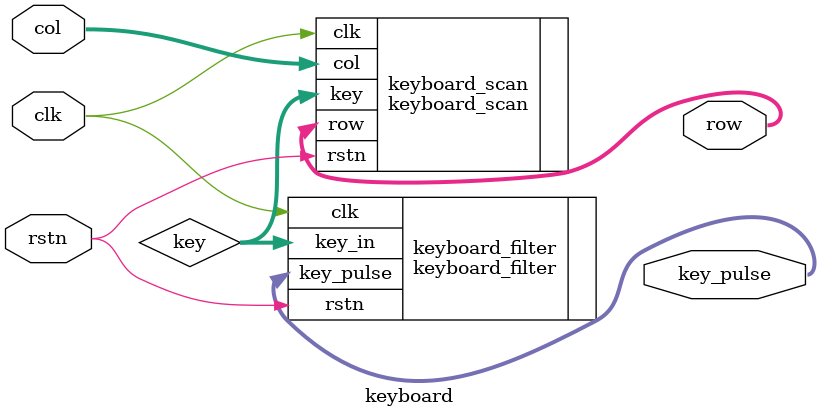
<source format=v>
module keyboard(
    input             clk,
    input             rstn,
    input    [3 :0]   col,
    output   [3 :0]   row,
    output   [15:0]   key_pulse
);

wire  [15:0]  key;
keyboard_scan keyboard_scan(
     .clk(clk)
    ,.rstn(rstn)
    ,.col(col)
    ,.row(row)
    ,.key(key)
);

keyboard_filter keyboard_filter(
     .clk(clk)
    ,.rstn(rstn)
    ,.key_in(key)
    ,.key_pulse(key_pulse)
);

endmodule
</source>
